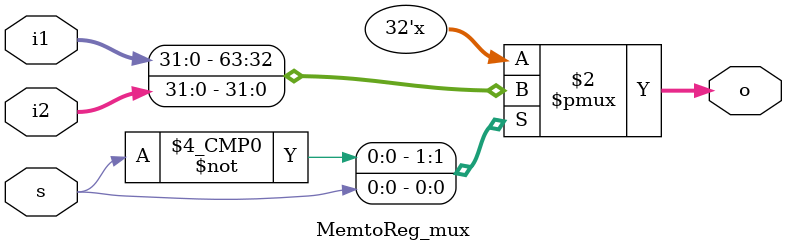
<source format=v>
`timescale 1ns / 1ps


module MemtoReg_mux(
    input s,
    input [31:0] i1,
    input [31:0] i2,
    output reg [31:0] o
    );
    always@(*)
      begin
        case (s)
          1'b0: o = i1;
          1'b1: o = i2;
        endcase
      end
endmodule

</source>
